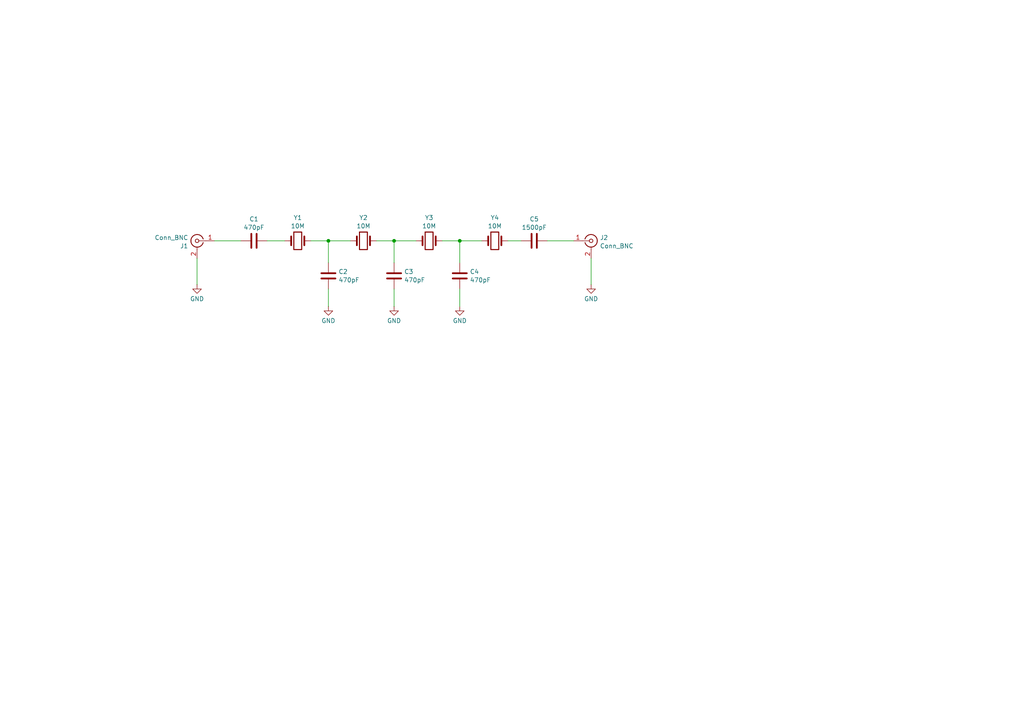
<source format=kicad_sch>
(kicad_sch (version 20231120) (generator "eeschema") (generator_version "8.0")
  (paper "A4")
  (lib_symbols
    (symbol "Connector:Conn_Coaxial" (pin_names (offset 1.016) hide)
      (property "Reference" "J" (at 0.254 3.048 0))
      (property "Value" "Conn_Coaxial" (at 2.921 0 90))
      (symbol "Conn_Coaxial_0_1"
        (arc (start -1.778 -0.508) (mid 0.2311 -1.8066) (end 1.778 0) (stroke (width 0.254)))
        (polyline (pts (xy -2.54 0) (xy -0.508 0)))
        (polyline (pts (xy 0 -2.54) (xy 0 -1.778)))
        (circle (center 0 0) (radius 0.508) (stroke (width 0.2032)))
        (arc (start 1.778 0) (mid 0.2099 1.8101) (end -1.778 0.508) (stroke (width 0.254)))
      )
      (symbol "Conn_Coaxial_1_1"
        (pin passive line (at -5.08 0 0) (length 2.54) (name "In") (number "1"))
        (pin passive line (at 0 -5.08 90) (length 2.54) (name "Ext") (number "2"))
      )
    )
    (symbol "Device:C" (pin_numbers hide) (pin_names (offset 0.254))
      (property "Reference" "C" (at 0.635 2.54 0))
      (property "Value" "C" (at 0.635 -2.54 0))
      (symbol "C_0_1"
        (polyline (pts (xy -2.032 -0.762) (xy 2.032 -0.762)) (stroke (width 0.508)))
        (polyline (pts (xy -2.032 0.762) (xy 2.032 0.762)) (stroke (width 0.508)))
      )
      (symbol "C_1_1"
        (pin passive line (at 0 3.81 270) (length 2.794) (name "~") (number "1"))
        (pin passive line (at 0 -3.81 90) (length 2.794) (name "~") (number "2"))
      )
    )
    (symbol "Device:Crystal" (pin_numbers hide) (pin_names (offset 1.016) hide)
      (property "Reference" "Y" (at 0 3.81 0))
      (property "Value" "Crystal" (at 0 -3.81 0))
      (symbol "Crystal_0_1"
        (rectangle (start -1.143 2.54) (end 1.143 -2.54) (stroke (width 0.3048)))
        (polyline (pts (xy -2.54 0) (xy -1.905 0)))
        (polyline (pts (xy -1.905 -1.27) (xy -1.905 1.27)) (stroke (width 0.508)))
        (polyline (pts (xy 1.905 -1.27) (xy 1.905 1.27)) (stroke (width 0.508)))
        (polyline (pts (xy 2.54 0) (xy 1.905 0)))
      )
      (symbol "Crystal_1_1"
        (pin passive line (at -3.81 0 0) (length 1.27) (name "1") (number "1"))
        (pin passive line (at 3.81 0 180) (length 1.27) (name "2") (number "2"))
      )
    )
    (symbol "power:GND" (power) (pin_numbers hide) (pin_names (offset 0) hide)
      (property "Value" "GND" (at 0 -3.81 0))
      (symbol "GND_0_1"
        (polyline (pts (xy 0 0) (xy 0 -1.27) (xy 1.27 -1.27) (xy 0 -2.54) (xy -1.27 -1.27) (xy 0 -1.27)))
      )
      (symbol "GND_1_1"
        (pin power_in line (at 0 0 270) (length 0) (name "~") (number "1"))
      )
    )
  )
  (junction (at 95.25 69.85))
  (junction (at 133.35 69.85))
  (junction (at 114.3 69.85))
  (wire (pts (xy 147.32 69.85) (xy 151.13 69.85)))
  (wire (pts (xy 95.25 83.82) (xy 95.25 88.9)))
  (wire (pts (xy 158.75 69.85) (xy 166.37 69.85)))
  (wire (pts (xy 128.27 69.85) (xy 133.35 69.85)))
  (wire (pts (xy 133.35 83.82) (xy 133.35 88.9)))
  (wire (pts (xy 171.45 74.93) (xy 171.45 82.55)))
  (wire (pts (xy 77.47 69.85) (xy 82.55 69.85)))
  (wire (pts (xy 95.25 69.85) (xy 95.25 76.2)))
  (wire (pts (xy 90.17 69.85) (xy 95.25 69.85)))
  (wire (pts (xy 114.3 69.85) (xy 120.65 69.85)))
  (wire (pts (xy 109.22 69.85) (xy 114.3 69.85)))
  (wire (pts (xy 114.3 83.82) (xy 114.3 88.9)))
  (wire (pts (xy 114.3 69.85) (xy 114.3 76.2)))
  (wire (pts (xy 57.15 74.93) (xy 57.15 82.55)))
  (wire (pts (xy 95.25 69.85) (xy 101.6 69.85)))
  (wire (pts (xy 62.23 69.85) (xy 69.85 69.85)))
  (wire (pts (xy 133.35 69.85) (xy 133.35 76.2)))
  (wire (pts (xy 133.35 69.85) (xy 139.7 69.85)))
  (symbol (lib_id "Device:Crystal") (at 124.46 69.85 0) (unit 1)
    (property "Reference" "Y3" (at 124.46 63.1401 0))
    (property "Value" "10M" (at 124.46 65.5644 0))
    (property "Footprint" "Crystal:Crystal_HC49-U_Vertical" (effects (hide yes)))
    (property "Description" "Two pin crystal" (effects (hide yes)))
  )
  (symbol (lib_id "power:GND") (at 57.15 82.55 0) (unit 1)
    (property "Reference" "#PWR05" (effects (hide yes)))
    (property "Value" "GND" (at 57.15 86.6831 0))
    (property "Description" "Power symbol creates a global label with name \"GND\" , ground" (effects (hide yes)))
  )
  (symbol (lib_id "Device:C") (at 133.35 80.01 180) (unit 1)
    (property "Reference" "C4" (at 136.271 78.7978 0) (effects (justify right)))
    (property "Value" "470pF" (at 136.271 81.2221 0) (effects (justify right)))
    (property "Footprint" "Capacitor_SMD:C_0805_2012Metric" (effects (hide yes)))
    (property "Description" "Unpolarized capacitor" (effects (hide yes)))
  )
  (symbol (lib_id "power:GND") (at 114.3 88.9 0) (unit 1)
    (property "Reference" "#PWR02" (effects (hide yes)))
    (property "Value" "GND" (at 114.3 93.0331 0))
    (property "Description" "Power symbol creates a global label with name \"GND\" , ground" (effects (hide yes)))
  )
  (symbol (lib_id "power:GND") (at 133.35 88.9 0) (unit 1)
    (property "Reference" "#PWR03" (effects (hide yes)))
    (property "Value" "GND" (at 133.35 93.0331 0))
    (property "Description" "Power symbol creates a global label with name \"GND\" , ground" (effects (hide yes)))
  )
  (symbol (lib_id "Connector:Conn_Coaxial") (at 57.15 69.85 0) (mirror y) (unit 1)
    (property "Reference" "J1" (at 54.6099 71.3554 0) (effects (justify left)))
    (property "Value" "Conn_BNC" (at 54.6099 68.9311 0) (effects (justify left)))
    (property "Footprint" "Connector_Coaxial:BNC_Amphenol_B6252HB-NPP3G-50_Horizontal" (effects (hide yes)))
    (property "Datasheet" " ~" (effects (hide yes)))
    (property "Description" "coaxial connector (BNC, SMA, SMB, SMC, Cinch/RCA, LEMO, ...)" (effects (hide yes)))
  )
  (symbol (lib_id "Device:Crystal") (at 86.36 69.85 0) (unit 1)
    (property "Reference" "Y1" (at 86.36 63.1401 0))
    (property "Value" "10M" (at 86.36 65.5644 0))
    (property "Footprint" "Crystal:Crystal_HC49-U_Vertical" (effects (hide yes)))
    (property "Description" "Two pin crystal" (effects (hide yes)))
  )
  (symbol (lib_id "Device:Crystal") (at 143.51 69.85 0) (unit 1)
    (property "Reference" "Y4" (at 143.51 63.1401 0))
    (property "Value" "10M" (at 143.51 65.5644 0))
    (property "Footprint" "Crystal:Crystal_HC49-U_Vertical" (effects (hide yes)))
    (property "Description" "Two pin crystal" (effects (hide yes)))
  )
  (symbol (lib_id "Device:C") (at 95.25 80.01 0) (unit 1)
    (property "Reference" "C2" (at 98.171 78.7978 0) (effects (justify left)))
    (property "Value" "470pF" (at 98.171 81.2221 0) (effects (justify left)))
    (property "Footprint" "Capacitor_SMD:C_0805_2012Metric" (effects (hide yes)))
    (property "Description" "Unpolarized capacitor" (effects (hide yes)))
  )
  (symbol (lib_id "Device:C") (at 154.94 69.85 90) (unit 1)
    (property "Reference" "C5" (at 154.94 63.5465 90))
    (property "Value" "1500pF" (at 154.94 65.9708 90))
    (property "Footprint" "Capacitor_SMD:C_0805_2012Metric" (effects (hide yes)))
    (property "Description" "Unpolarized capacitor" (effects (hide yes)))
  )
  (symbol (lib_id "Connector:Conn_Coaxial") (at 171.45 69.85 0) (unit 1)
    (property "Reference" "J2" (at 173.9901 68.931 0) (effects (justify left)))
    (property "Value" "Conn_BNC" (at 173.9901 71.3553 0) (effects (justify left)))
    (property "Footprint" "Connector_Coaxial:BNC_Amphenol_B6252HB-NPP3G-50_Horizontal" (effects (hide yes)))
    (property "Datasheet" " ~" (effects (hide yes)))
    (property "Description" "coaxial connector (BNC, SMA, SMB, SMC, Cinch/RCA, LEMO, ...)" (effects (hide yes)))
  )
  (symbol (lib_id "Device:Crystal") (at 105.41 69.85 0) (unit 1)
    (property "Reference" "Y2" (at 105.41 63.1401 0))
    (property "Value" "10M" (at 105.41 65.5644 0))
    (property "Footprint" "Crystal:Crystal_HC49-U_Vertical" (effects (hide yes)))
    (property "Description" "Two pin crystal" (effects (hide yes)))
  )
  (symbol (lib_id "Device:C") (at 114.3 80.01 180) (unit 1)
    (property "Reference" "C3" (at 117.221 78.7978 0) (effects (justify right)))
    (property "Value" "470pF" (at 117.221 81.2221 0) (effects (justify right)))
    (property "Footprint" "Capacitor_SMD:C_0805_2012Metric" (effects (hide yes)))
    (property "Description" "Unpolarized capacitor" (effects (hide yes)))
  )
  (symbol (lib_id "Device:C") (at 73.66 69.85 90) (unit 1)
    (property "Reference" "C1" (at 73.66 63.5465 90))
    (property "Value" "470pF" (at 73.66 65.9708 90))
    (property "Footprint" "Capacitor_SMD:C_0805_2012Metric" (effects (hide yes)))
    (property "Description" "Unpolarized capacitor" (effects (hide yes)))
  )
  (symbol (lib_id "power:GND") (at 95.25 88.9 0) (unit 1)
    (property "Reference" "#PWR01" (effects (hide yes)))
    (property "Value" "GND" (at 95.25 93.0331 0))
    (property "Description" "Power symbol creates a global label with name \"GND\" , ground" (effects (hide yes)))
  )
  (symbol (lib_id "power:GND") (at 171.45 82.55 0) (unit 1)
    (property "Reference" "#PWR04" (effects (hide yes)))
    (property "Value" "GND" (at 171.45 86.6831 0))
    (property "Description" "Power symbol creates a global label with name \"GND\" , ground" (effects (hide yes)))
  )
)
</source>
